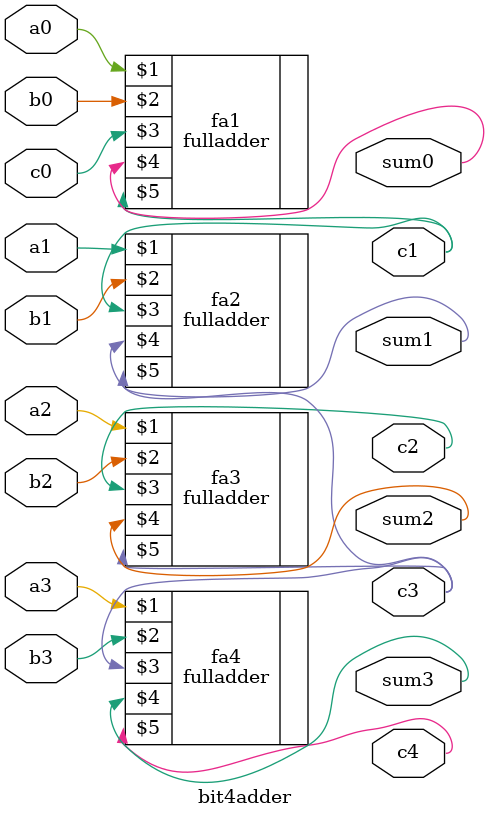
<source format=v>
module bit4adder(a0,b0,a1,b1,a2,b2,a3,b3,c0,c1,c2,c3,c4,sum0,sum1,sum2,sum3);
input a0,b0,a1,b1,a2,b2,a3,b3,c0;
output sum0,sum1,sum2,sum3,c4;
output c1,c2,c3;
fulladder fa1(a0,b0,c0,sum0,c1);
fulladder fa2(a1,b1,c1,sum1,c3);
fulladder fa3(a2,b2,c2,sum2,c3);
fulladder fa4(a3,b3,c3,sum3,c4);
endmodule

</source>
